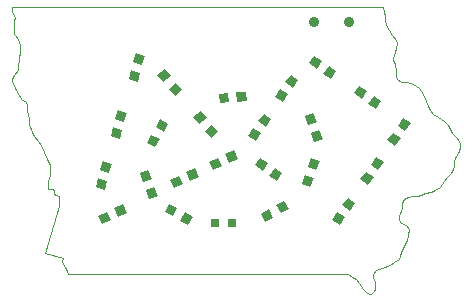
<source format=gts>
G04 (created by PCBNEW (2013-may-18)-stable) date Mon 02 Nov 2015 08:05:35 PM CST*
%MOIN*%
G04 Gerber Fmt 3.4, Leading zero omitted, Abs format*
%FSLAX34Y34*%
G01*
G70*
G90*
G04 APERTURE LIST*
%ADD10C,0.00590551*%
%ADD11C,0.00393701*%
%ADD12C,0.0354331*%
%ADD13R,0.0314X0.0314*%
G04 APERTURE END LIST*
G54D10*
G54D11*
X73040Y-56360D02*
X73040Y-56200D01*
X73120Y-56440D02*
X73040Y-56360D01*
X73140Y-56540D02*
X73120Y-56440D01*
X73120Y-56620D02*
X73140Y-56540D01*
X73100Y-56840D02*
X73120Y-56620D01*
X73100Y-57080D02*
X73100Y-56840D01*
X73160Y-57120D02*
X73100Y-57080D01*
X73260Y-57240D02*
X73160Y-57120D01*
X73300Y-57440D02*
X73260Y-57240D01*
X73320Y-57700D02*
X73300Y-57440D01*
X73280Y-57880D02*
X73320Y-57700D01*
X73260Y-58180D02*
X73280Y-57880D01*
X73240Y-58280D02*
X73260Y-58180D01*
X73100Y-58460D02*
X73240Y-58280D01*
X73040Y-58600D02*
X73100Y-58460D01*
X73040Y-58700D02*
X73040Y-58600D01*
X73100Y-58780D02*
X73040Y-58700D01*
X73160Y-58880D02*
X73100Y-58780D01*
X73300Y-59200D02*
X73160Y-58880D01*
X73380Y-59280D02*
X73300Y-59200D01*
X73480Y-59320D02*
X73380Y-59280D01*
X73540Y-59420D02*
X73480Y-59320D01*
X73560Y-59640D02*
X73540Y-59420D01*
X73620Y-59880D02*
X73560Y-59640D01*
X73620Y-60080D02*
X73620Y-59880D01*
X73700Y-60360D02*
X73620Y-60080D01*
X73780Y-60500D02*
X73700Y-60360D01*
X73900Y-60640D02*
X73780Y-60500D01*
X74000Y-60800D02*
X73900Y-60640D01*
X74220Y-61240D02*
X74000Y-60800D01*
X74300Y-61440D02*
X74220Y-61240D01*
X74300Y-61620D02*
X74300Y-61440D01*
X74300Y-61800D02*
X74300Y-61620D01*
X74260Y-61980D02*
X74300Y-61800D01*
X74240Y-62160D02*
X74260Y-61980D01*
X74260Y-62240D02*
X74240Y-62160D01*
X74420Y-62240D02*
X74260Y-62240D01*
X74460Y-62320D02*
X74420Y-62240D01*
X74460Y-62420D02*
X74460Y-62320D01*
X74500Y-62460D02*
X74460Y-62420D01*
X74600Y-62480D02*
X74500Y-62460D01*
X74620Y-62520D02*
X74600Y-62480D01*
X74620Y-62600D02*
X74620Y-62520D01*
X74620Y-62700D02*
X74620Y-62600D01*
X74620Y-62820D02*
X74620Y-62700D01*
X74140Y-64380D02*
X74620Y-62820D01*
X74740Y-64540D02*
X74140Y-64380D01*
X74720Y-64660D02*
X74740Y-64540D01*
X74740Y-64760D02*
X74720Y-64660D01*
X74820Y-64860D02*
X74740Y-64760D01*
X74880Y-64980D02*
X74820Y-64860D01*
X74900Y-65100D02*
X74880Y-64980D01*
X84240Y-65100D02*
X74900Y-65100D01*
X84380Y-65180D02*
X84240Y-65100D01*
X84500Y-65260D02*
X84380Y-65180D01*
X84600Y-65380D02*
X84500Y-65260D01*
X84740Y-65580D02*
X84600Y-65380D01*
X84860Y-65700D02*
X84740Y-65580D01*
X84940Y-65760D02*
X84860Y-65700D01*
X85020Y-65740D02*
X84940Y-65760D01*
X85100Y-65640D02*
X85020Y-65740D01*
X85160Y-65580D02*
X85100Y-65640D01*
X85160Y-65460D02*
X85160Y-65580D01*
X85140Y-65340D02*
X85160Y-65460D01*
X85080Y-65180D02*
X85140Y-65340D01*
X85080Y-65100D02*
X85080Y-65180D01*
X85180Y-64960D02*
X85080Y-65100D01*
X85380Y-64880D02*
X85180Y-64960D01*
X85640Y-64780D02*
X85380Y-64880D01*
X85780Y-64700D02*
X85640Y-64780D01*
X85940Y-64580D02*
X85780Y-64700D01*
X85980Y-64480D02*
X85940Y-64580D01*
X86020Y-64360D02*
X85980Y-64480D01*
X86100Y-64140D02*
X86020Y-64360D01*
X86200Y-63940D02*
X86100Y-64140D01*
X86260Y-63800D02*
X86200Y-63940D01*
X86280Y-63580D02*
X86260Y-63800D01*
X86180Y-63460D02*
X86280Y-63580D01*
X86020Y-63380D02*
X86180Y-63460D01*
X85940Y-63280D02*
X86020Y-63380D01*
X85940Y-63140D02*
X85940Y-63280D01*
X86060Y-62900D02*
X85940Y-63140D01*
X86060Y-62720D02*
X86060Y-62900D01*
X86120Y-62580D02*
X86060Y-62720D01*
X86260Y-62520D02*
X86120Y-62580D01*
X86420Y-62500D02*
X86260Y-62520D01*
X86540Y-62500D02*
X86420Y-62500D01*
X86680Y-62460D02*
X86540Y-62500D01*
X86820Y-62400D02*
X86680Y-62460D01*
X87000Y-62360D02*
X86820Y-62400D01*
X87160Y-62280D02*
X87000Y-62360D01*
X87320Y-62180D02*
X87160Y-62280D01*
X87440Y-62000D02*
X87320Y-62180D01*
X87540Y-61840D02*
X87440Y-62000D01*
X87680Y-61720D02*
X87540Y-61840D01*
X87760Y-61600D02*
X87680Y-61720D01*
X87780Y-61480D02*
X87760Y-61600D01*
X87780Y-61320D02*
X87780Y-61480D01*
X87820Y-61220D02*
X87780Y-61320D01*
X87940Y-61000D02*
X87820Y-61220D01*
X87980Y-60860D02*
X87940Y-61000D01*
X87980Y-60740D02*
X87980Y-60860D01*
X87940Y-60640D02*
X87980Y-60740D01*
X87840Y-60520D02*
X87940Y-60640D01*
X87720Y-60380D02*
X87840Y-60520D01*
X87660Y-60240D02*
X87720Y-60380D01*
X87580Y-60120D02*
X87660Y-60240D01*
X87440Y-59980D02*
X87580Y-60120D01*
X87260Y-59860D02*
X87440Y-59980D01*
X87080Y-59740D02*
X87260Y-59860D01*
X86980Y-59620D02*
X87080Y-59740D01*
X86920Y-59500D02*
X86980Y-59620D01*
X86840Y-59320D02*
X86920Y-59500D01*
X86740Y-59100D02*
X86840Y-59320D01*
X86600Y-58880D02*
X86740Y-59100D01*
X86420Y-58740D02*
X86600Y-58880D01*
X86200Y-58700D02*
X86420Y-58740D01*
X86020Y-58680D02*
X86200Y-58700D01*
X85880Y-58600D02*
X86020Y-58680D01*
X85840Y-58480D02*
X85880Y-58600D01*
X85840Y-58320D02*
X85840Y-58480D01*
X85800Y-58100D02*
X85840Y-58320D01*
X85740Y-57960D02*
X85800Y-58100D01*
X85740Y-57880D02*
X85740Y-57960D01*
X85800Y-57680D02*
X85740Y-57880D01*
X85860Y-57540D02*
X85800Y-57680D01*
X85880Y-57400D02*
X85860Y-57540D01*
X85840Y-57280D02*
X85880Y-57400D01*
X85700Y-57120D02*
X85840Y-57280D01*
X85600Y-56960D02*
X85700Y-57120D01*
X85520Y-56780D02*
X85600Y-56960D01*
X85480Y-56620D02*
X85520Y-56780D01*
X85480Y-56480D02*
X85480Y-56620D01*
X85450Y-56350D02*
X85480Y-56480D01*
X85400Y-56200D02*
X85450Y-56350D01*
X73050Y-56200D02*
X85400Y-56200D01*
G54D12*
X84290Y-56700D03*
X83109Y-56700D03*
G54D10*
G36*
X83007Y-61221D02*
X83302Y-61328D01*
X83194Y-61624D01*
X82899Y-61516D01*
X83007Y-61221D01*
X83007Y-61221D01*
G37*
G36*
X82805Y-61775D02*
X83100Y-61883D01*
X82992Y-62178D01*
X82697Y-62071D01*
X82805Y-61775D01*
X82805Y-61775D01*
G37*
G36*
X79089Y-59854D02*
X79329Y-59652D01*
X79531Y-59893D01*
X79291Y-60095D01*
X79089Y-59854D01*
X79089Y-59854D01*
G37*
G36*
X79468Y-60306D02*
X79708Y-60104D01*
X79910Y-60345D01*
X79670Y-60547D01*
X79468Y-60306D01*
X79468Y-60306D01*
G37*
G36*
X76743Y-62766D02*
X76876Y-63051D01*
X76591Y-63183D01*
X76458Y-62899D01*
X76743Y-62766D01*
X76743Y-62766D01*
G37*
G36*
X76208Y-63016D02*
X76341Y-63300D01*
X76056Y-63433D01*
X75923Y-63148D01*
X76208Y-63016D01*
X76208Y-63016D01*
G37*
G36*
X76134Y-62277D02*
X75831Y-62195D01*
X75912Y-61892D01*
X76215Y-61973D01*
X76134Y-62277D01*
X76134Y-62277D01*
G37*
G36*
X76287Y-61707D02*
X75984Y-61626D01*
X76065Y-61322D01*
X76368Y-61404D01*
X76287Y-61707D01*
X76287Y-61707D01*
G37*
G36*
X77165Y-57722D02*
X77468Y-57804D01*
X77387Y-58107D01*
X77084Y-58026D01*
X77165Y-57722D01*
X77165Y-57722D01*
G37*
G36*
X77012Y-58292D02*
X77315Y-58373D01*
X77234Y-58677D01*
X76931Y-58595D01*
X77012Y-58292D01*
X77012Y-58292D01*
G37*
G36*
X76565Y-59622D02*
X76868Y-59704D01*
X76787Y-60007D01*
X76484Y-59926D01*
X76565Y-59622D01*
X76565Y-59622D01*
G37*
G36*
X76412Y-60192D02*
X76715Y-60273D01*
X76634Y-60577D01*
X76331Y-60495D01*
X76412Y-60192D01*
X76412Y-60192D01*
G37*
G36*
X78456Y-62233D02*
X78323Y-61948D01*
X78608Y-61816D01*
X78741Y-62100D01*
X78456Y-62233D01*
X78456Y-62233D01*
G37*
G36*
X78991Y-61983D02*
X78858Y-61699D01*
X79143Y-61566D01*
X79276Y-61851D01*
X78991Y-61983D01*
X78991Y-61983D01*
G37*
G36*
X79756Y-61633D02*
X79623Y-61348D01*
X79908Y-61216D01*
X80041Y-61500D01*
X79756Y-61633D01*
X79756Y-61633D01*
G37*
G36*
X80291Y-61383D02*
X80158Y-61099D01*
X80443Y-60966D01*
X80576Y-61251D01*
X80291Y-61383D01*
X80291Y-61383D01*
G37*
G36*
X86080Y-59889D02*
X86337Y-60069D01*
X86157Y-60327D01*
X85900Y-60146D01*
X86080Y-59889D01*
X86080Y-59889D01*
G37*
G36*
X85742Y-60372D02*
X85999Y-60553D01*
X85819Y-60810D01*
X85562Y-60630D01*
X85742Y-60372D01*
X85742Y-60372D01*
G37*
G36*
X82112Y-62638D02*
X82269Y-62909D01*
X81998Y-63066D01*
X81841Y-62795D01*
X82112Y-62638D01*
X82112Y-62638D01*
G37*
G36*
X81601Y-62933D02*
X81758Y-63204D01*
X81487Y-63361D01*
X81330Y-63090D01*
X81601Y-62933D01*
X81601Y-62933D01*
G37*
G36*
X77889Y-58454D02*
X78129Y-58252D01*
X78331Y-58493D01*
X78091Y-58695D01*
X77889Y-58454D01*
X77889Y-58454D01*
G37*
G36*
X78268Y-58906D02*
X78508Y-58704D01*
X78710Y-58945D01*
X78470Y-59147D01*
X78268Y-58906D01*
X78268Y-58906D01*
G37*
G54D13*
X79805Y-63400D03*
X80395Y-63400D03*
G54D10*
G36*
X78130Y-63009D02*
X78287Y-62738D01*
X78558Y-62895D01*
X78401Y-63166D01*
X78130Y-63009D01*
X78130Y-63009D01*
G37*
G36*
X78641Y-63304D02*
X78798Y-63033D01*
X79069Y-63190D01*
X78912Y-63461D01*
X78641Y-63304D01*
X78641Y-63304D01*
G37*
G36*
X80836Y-59004D02*
X80863Y-59317D01*
X80551Y-59344D01*
X80523Y-59031D01*
X80836Y-59004D01*
X80836Y-59004D01*
G37*
G36*
X80248Y-59055D02*
X80276Y-59368D01*
X79963Y-59395D01*
X79936Y-59082D01*
X80248Y-59055D01*
X80248Y-59055D01*
G37*
G36*
X83402Y-60571D02*
X83107Y-60678D01*
X82999Y-60383D01*
X83294Y-60275D01*
X83402Y-60571D01*
X83402Y-60571D01*
G37*
G36*
X83200Y-60016D02*
X82905Y-60124D01*
X82797Y-59828D01*
X83092Y-59721D01*
X83200Y-60016D01*
X83200Y-60016D01*
G37*
G36*
X77809Y-60869D02*
X77538Y-60712D01*
X77695Y-60441D01*
X77966Y-60598D01*
X77809Y-60869D01*
X77809Y-60869D01*
G37*
G36*
X78104Y-60358D02*
X77833Y-60201D01*
X77990Y-59930D01*
X78261Y-60087D01*
X78104Y-60358D01*
X78104Y-60358D01*
G37*
G36*
X77902Y-62471D02*
X77607Y-62578D01*
X77499Y-62283D01*
X77794Y-62175D01*
X77902Y-62471D01*
X77902Y-62471D01*
G37*
G36*
X77700Y-61916D02*
X77405Y-62024D01*
X77297Y-61728D01*
X77592Y-61621D01*
X77700Y-61916D01*
X77700Y-61916D01*
G37*
G36*
X84439Y-59069D02*
X84619Y-58812D01*
X84877Y-58992D01*
X84696Y-59249D01*
X84439Y-59069D01*
X84439Y-59069D01*
G37*
G36*
X84922Y-59407D02*
X85103Y-59150D01*
X85360Y-59330D01*
X85180Y-59587D01*
X84922Y-59407D01*
X84922Y-59407D01*
G37*
G36*
X84919Y-62110D02*
X84662Y-61930D01*
X84842Y-61672D01*
X85099Y-61853D01*
X84919Y-62110D01*
X84919Y-62110D01*
G37*
G36*
X85257Y-61627D02*
X85000Y-61446D01*
X85180Y-61189D01*
X85437Y-61369D01*
X85257Y-61627D01*
X85257Y-61627D01*
G37*
G36*
X83969Y-63460D02*
X83712Y-63280D01*
X83892Y-63022D01*
X84149Y-63203D01*
X83969Y-63460D01*
X83969Y-63460D01*
G37*
G36*
X84307Y-62977D02*
X84050Y-62796D01*
X84230Y-62539D01*
X84487Y-62719D01*
X84307Y-62977D01*
X84307Y-62977D01*
G37*
G36*
X82330Y-58439D02*
X82587Y-58619D01*
X82407Y-58877D01*
X82150Y-58696D01*
X82330Y-58439D01*
X82330Y-58439D01*
G37*
G36*
X81992Y-58922D02*
X82249Y-59103D01*
X82069Y-59360D01*
X81812Y-59180D01*
X81992Y-58922D01*
X81992Y-58922D01*
G37*
G36*
X83860Y-58330D02*
X83680Y-58587D01*
X83422Y-58407D01*
X83603Y-58150D01*
X83860Y-58330D01*
X83860Y-58330D01*
G37*
G36*
X83377Y-57992D02*
X83196Y-58249D01*
X82939Y-58069D01*
X83119Y-57812D01*
X83377Y-57992D01*
X83377Y-57992D01*
G37*
G36*
X81169Y-60660D02*
X80912Y-60480D01*
X81092Y-60222D01*
X81349Y-60403D01*
X81169Y-60660D01*
X81169Y-60660D01*
G37*
G36*
X81507Y-60177D02*
X81250Y-59996D01*
X81430Y-59739D01*
X81687Y-59919D01*
X81507Y-60177D01*
X81507Y-60177D01*
G37*
G36*
X82060Y-61730D02*
X81880Y-61987D01*
X81622Y-61807D01*
X81803Y-61550D01*
X82060Y-61730D01*
X82060Y-61730D01*
G37*
G36*
X81577Y-61392D02*
X81396Y-61649D01*
X81139Y-61469D01*
X81319Y-61212D01*
X81577Y-61392D01*
X81577Y-61392D01*
G37*
M02*

</source>
